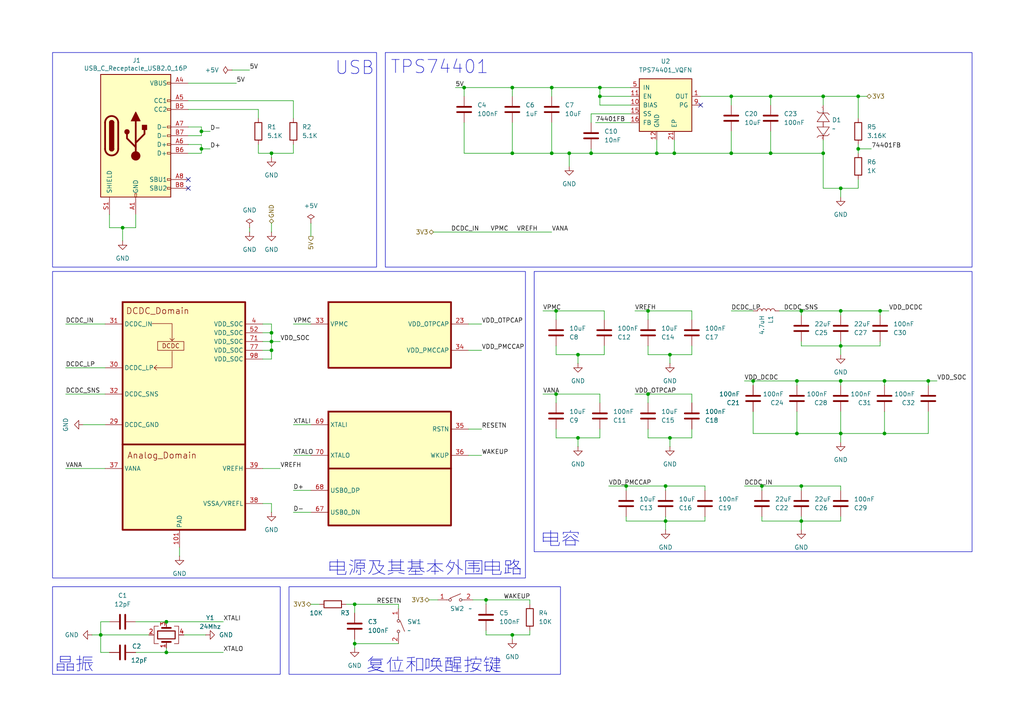
<source format=kicad_sch>
(kicad_sch (version 20250114) (generator "eeschema") (generator_version "9.0")
  (paper "A4")
  (title_block (title "POWER") (date "2025-10-30") (rev "V0.1") (company "MouseGlueBoard"))
  (rectangle (start 15.24 78.74) (end 152.4 167.64))
  (rectangle (start 15.24 15.24) (end 109.22 77.47))
  (rectangle (start 15.24 170.18) (end 81.28 195.58))
  (rectangle (start 83.82 170.18) (end 162.56 195.58))
  (rectangle (start 154.94 78.74) (end 281.94 160.02))
  (rectangle (start 111.76 15.24) (end 281.94 77.47))
  (text "TPS74401" (at 127.508 19.558 0) (effects (font (size 3.81 3.81))))
  (text "电源及其基本外围电路" (at 123.444 165.1 0) (effects (font (size 3.81 3.81))))
  (text "电容\n" (at 162.814 156.718 0) (effects (font (size 3.81 3.81))))
  (text "晶振" (at 21.844 193.04 0) (effects (font (size 3.81 3.81))))
  (text "USB" (at 102.87 19.812 0) (effects (font (size 3.81 3.81))))
  (text "复位和唤醒按键" (at 125.984 193.294 0) (effects (font (size 3.81 3.81))))
  (junction (at 232.41 151.13))
  (junction (at 218.44 110.49))
  (junction (at 102.87 186.69))
  (junction (at 232.41 140.97))
  (junction (at 58.42 38.1))
  (junction (at 102.87 175.26))
  (junction (at 212.09 27.94))
  (junction (at 212.09 44.45))
  (junction (at 78.74 96.52))
  (junction (at 248.92 27.94))
  (junction (at 220.98 140.97))
  (junction (at 190.5 44.45))
  (junction (at 256.54 110.49))
  (junction (at 160.02 25.4))
  (junction (at 187.96 114.3))
  (junction (at 181.61 140.97))
  (junction (at 167.64 102.87))
  (junction (at 148.59 184.15))
  (junction (at 193.04 151.13))
  (junction (at 171.45 44.45))
  (junction (at 223.52 44.45))
  (junction (at 165.1 44.45))
  (junction (at 194.31 102.87))
  (junction (at 231.14 125.73))
  (junction (at 269.24 110.49))
  (junction (at 140.97 173.99))
  (junction (at 48.26 180.34))
  (junction (at 243.84 100.33))
  (junction (at 78.74 101.6))
  (junction (at 223.52 27.94))
  (junction (at 78.74 44.45))
  (junction (at 134.62 25.4))
  (junction (at 35.56 66.04))
  (junction (at 248.92 43.18))
  (junction (at 231.14 110.49))
  (junction (at 173.99 27.94))
  (junction (at 193.04 140.97))
  (junction (at 58.42 43.18))
  (junction (at 238.76 44.45))
  (junction (at 148.59 25.4))
  (junction (at 243.84 90.17))
  (junction (at 243.84 110.49))
  (junction (at 238.76 27.94))
  (junction (at 187.96 90.17))
  (junction (at 243.84 54.61))
  (junction (at 48.26 189.23))
  (junction (at 29.21 184.15))
  (junction (at 161.29 90.17))
  (junction (at 148.59 44.45))
  (junction (at 255.27 90.17))
  (junction (at 243.84 125.73))
  (junction (at 78.74 99.06))
  (junction (at 167.64 127))
  (junction (at 194.31 127))
  (junction (at 232.41 90.17))
  (junction (at 160.02 44.45))
  (junction (at 195.58 44.45))
  (junction (at 161.29 114.3))
  (junction (at 256.54 125.73))
  (junction (at 173.99 25.4))
  (no_connect (at 203.2 30.48))
  (no_connect (at 54.61 52.07))
  (no_connect (at 54.61 54.61))
  (wire (pts (xy 161.29 116.84) (xy 161.29 114.3)))
  (wire (pts (xy 255.27 90.17) (xy 257.81 90.17)))
  (wire (pts (xy 187.96 102.87) (xy 194.31 102.87)))
  (wire (pts (xy 58.42 43.18) (xy 60.96 43.18)))
  (wire (pts (xy 195.58 44.45) (xy 190.5 44.45)))
  (wire (pts (xy 231.14 110.49) (xy 218.44 110.49)))
  (wire (pts (xy 248.92 27.94) (xy 238.76 27.94)))
  (wire (pts (xy 231.14 125.73) (xy 218.44 125.73)))
  (wire (pts (xy 19.05 135.89) (xy 30.48 135.89)))
  (wire (pts (xy 243.84 110.49) (xy 231.14 110.49)))
  (wire (pts (xy 218.44 119.38) (xy 218.44 125.73)))
  (wire (pts (xy 212.09 38.1) (xy 212.09 44.45)))
  (wire (pts (xy 26.67 184.15) (xy 29.21 184.15)))
  (wire (pts (xy 85.09 44.45) (xy 85.09 41.91)))
  (wire (pts (xy 74.93 44.45) (xy 74.93 41.91)))
  (wire (pts (xy 53.34 184.15) (xy 59.69 184.15)))
  (wire (pts (xy 115.57 176.53) (xy 115.57 175.26)))
  (wire (pts (xy 182.88 33.02) (xy 171.45 33.02)))
  (wire (pts (xy 31.75 189.23) (xy 29.21 189.23)))
  (wire (pts (xy 187.96 116.84) (xy 187.96 114.3)))
  (wire (pts (xy 173.99 30.48) (xy 173.99 27.94)))
  (wire (pts (xy 54.61 36.83) (xy 58.42 36.83)))
  (wire (pts (xy 134.62 25.4) (xy 148.59 25.4)))
  (wire (pts (xy 76.2 101.6) (xy 78.74 101.6)))
  (wire (pts (xy 200.66 116.84) (xy 200.66 114.3)))
  (wire (pts (xy 58.42 39.37) (xy 58.42 38.1)))
  (wire (pts (xy 204.47 142.24) (xy 204.47 140.97)))
  (wire (pts (xy 238.76 30.48) (xy 238.76 27.94)))
  (wire (pts (xy 243.84 142.24) (xy 243.84 140.97)))
  (wire (pts (xy 74.93 31.75) (xy 54.61 31.75)))
  (wire (pts (xy 78.74 93.98) (xy 78.74 96.52)))
  (wire (pts (xy 167.64 127) (xy 167.64 129.54)))
  (wire (pts (xy 19.05 114.3) (xy 30.48 114.3)))
  (wire (pts (xy 39.37 189.23) (xy 48.26 189.23)))
  (wire (pts (xy 212.09 44.45) (xy 195.58 44.45)))
  (wire (pts (xy 29.21 184.15) (xy 43.18 184.15)))
  (wire (pts (xy 176.53 140.97) (xy 181.61 140.97)))
  (wire (pts (xy 74.93 44.45) (xy 78.74 44.45)))
  (wire (pts (xy 78.74 64.77) (xy 78.74 67.31)))
  (wire (pts (xy 269.24 125.73) (xy 256.54 125.73)))
  (wire (pts (xy 232.41 99.06) (xy 232.41 100.33)))
  (wire (pts (xy 165.1 44.45) (xy 171.45 44.45)))
  (wire (pts (xy 31.75 66.04) (xy 35.56 66.04)))
  (wire (pts (xy 200.66 92.71) (xy 200.66 90.17)))
  (wire (pts (xy 172.72 35.56) (xy 182.88 35.56)))
  (wire (pts (xy 187.96 100.33) (xy 187.96 102.87)))
  (wire (pts (xy 238.76 40.64) (xy 238.76 44.45)))
  (wire (pts (xy 195.58 40.64) (xy 195.58 44.45)))
  (wire (pts (xy 76.2 99.06) (xy 78.74 99.06)))
  (wire (pts (xy 140.97 182.88) (xy 140.97 184.15)))
  (wire (pts (xy 140.97 184.15) (xy 148.59 184.15)))
  (wire (pts (xy 232.41 142.24) (xy 232.41 140.97)))
  (wire (pts (xy 85.09 123.19) (xy 90.17 123.19)))
  (wire (pts (xy 182.88 30.48) (xy 173.99 30.48)))
  (wire (pts (xy 243.84 125.73) (xy 231.14 125.73)))
  (wire (pts (xy 173.99 25.4) (xy 182.88 25.4)))
  (wire (pts (xy 232.41 149.86) (xy 232.41 151.13)))
  (wire (pts (xy 161.29 114.3) (xy 173.99 114.3)))
  (wire (pts (xy 173.99 27.94) (xy 173.99 25.4)))
  (wire (pts (xy 187.96 127) (xy 194.31 127)))
  (wire (pts (xy 256.54 119.38) (xy 256.54 125.73)))
  (wire (pts (xy 173.99 124.46) (xy 173.99 127)))
  (wire (pts (xy 232.41 91.44) (xy 232.41 90.17)))
  (wire (pts (xy 102.87 185.42) (xy 102.87 186.69)))
  (wire (pts (xy 243.84 100.33) (xy 255.27 100.33)))
  (wire (pts (xy 256.54 110.49) (xy 269.24 110.49)))
  (wire (pts (xy 72.39 66.04) (xy 72.39 67.31)))
  (wire (pts (xy 78.74 44.45) (xy 78.74 45.72)))
  (wire (pts (xy 153.67 182.88) (xy 153.67 184.15)))
  (wire (pts (xy 29.21 189.23) (xy 29.21 184.15)))
  (wire (pts (xy 248.92 43.18) (xy 248.92 44.45)))
  (wire (pts (xy 48.26 187.96) (xy 48.26 189.23)))
  (wire (pts (xy 90.17 64.77) (xy 90.17 68.58)))
  (wire (pts (xy 76.2 93.98) (xy 78.74 93.98)))
  (wire (pts (xy 161.29 102.87) (xy 167.64 102.87)))
  (wire (pts (xy 148.59 27.94) (xy 148.59 25.4)))
  (wire (pts (xy 58.42 36.83) (xy 58.42 38.1)))
  (wire (pts (xy 248.92 34.29) (xy 248.92 27.94)))
  (wire (pts (xy 223.52 30.48) (xy 223.52 27.94)))
  (wire (pts (xy 90.17 175.26) (xy 92.71 175.26)))
  (wire (pts (xy 102.87 175.26) (xy 115.57 175.26)))
  (wire (pts (xy 19.05 106.68) (xy 30.48 106.68)))
  (wire (pts (xy 135.89 101.6) (xy 139.7 101.6)))
  (wire (pts (xy 67.31 20.32) (xy 72.39 20.32)))
  (wire (pts (xy 76.2 96.52) (xy 78.74 96.52)))
  (wire (pts (xy 223.52 38.1) (xy 223.52 44.45)))
  (wire (pts (xy 269.24 110.49) (xy 269.24 111.76)))
  (wire (pts (xy 78.74 101.6) (xy 78.74 99.06)))
  (wire (pts (xy 54.61 24.13) (xy 68.58 24.13)))
  (wire (pts (xy 252.73 43.18) (xy 248.92 43.18)))
  (wire (pts (xy 269.24 110.49) (xy 271.78 110.49)))
  (wire (pts (xy 115.57 186.69) (xy 102.87 186.69)))
  (wire (pts (xy 160.02 25.4) (xy 173.99 25.4)))
  (wire (pts (xy 200.66 124.46) (xy 200.66 127)))
  (wire (pts (xy 232.41 140.97) (xy 243.84 140.97)))
  (wire (pts (xy 85.09 148.59) (xy 90.17 148.59)))
  (wire (pts (xy 132.08 25.4) (xy 134.62 25.4)))
  (wire (pts (xy 187.96 114.3) (xy 200.66 114.3)))
  (wire (pts (xy 194.31 102.87) (xy 194.31 105.41)))
  (wire (pts (xy 243.84 99.06) (xy 243.84 100.33)))
  (wire (pts (xy 220.98 142.24) (xy 220.98 140.97)))
  (wire (pts (xy 232.41 100.33) (xy 243.84 100.33)))
  (wire (pts (xy 125.73 67.31) (xy 160.02 67.31)))
  (wire (pts (xy 135.89 93.98) (xy 139.7 93.98)))
  (wire (pts (xy 31.75 180.34) (xy 29.21 180.34)))
  (wire (pts (xy 243.84 57.15) (xy 243.84 54.61)))
  (wire (pts (xy 78.74 104.14) (xy 78.74 101.6)))
  (wire (pts (xy 157.48 114.3) (xy 161.29 114.3)))
  (wire (pts (xy 220.98 140.97) (xy 232.41 140.97)))
  (wire (pts (xy 194.31 102.87) (xy 200.66 102.87)))
  (wire (pts (xy 238.76 27.94) (xy 223.52 27.94)))
  (wire (pts (xy 140.97 175.26) (xy 140.97 173.99)))
  (wire (pts (xy 193.04 149.86) (xy 193.04 151.13)))
  (wire (pts (xy 256.54 110.49) (xy 243.84 110.49)))
  (wire (pts (xy 173.99 116.84) (xy 173.99 114.3)))
  (wire (pts (xy 232.41 90.17) (xy 243.84 90.17)))
  (wire (pts (xy 85.09 142.24) (xy 90.17 142.24)))
  (wire (pts (xy 39.37 62.23) (xy 39.37 66.04)))
  (wire (pts (xy 85.09 34.29) (xy 85.09 29.21)))
  (wire (pts (xy 31.75 62.23) (xy 31.75 66.04)))
  (wire (pts (xy 238.76 44.45) (xy 223.52 44.45)))
  (wire (pts (xy 148.59 25.4) (xy 160.02 25.4)))
  (wire (pts (xy 165.1 44.45) (xy 165.1 48.26)))
  (wire (pts (xy 167.64 102.87) (xy 175.26 102.87)))
  (wire (pts (xy 160.02 35.56) (xy 160.02 44.45)))
  (wire (pts (xy 135.89 124.46) (xy 139.7 124.46)))
  (wire (pts (xy 58.42 41.91) (xy 58.42 43.18)))
  (wire (pts (xy 204.47 149.86) (xy 204.47 151.13)))
  (wire (pts (xy 161.29 127) (xy 167.64 127)))
  (wire (pts (xy 243.84 90.17) (xy 255.27 90.17)))
  (wire (pts (xy 54.61 29.21) (xy 85.09 29.21)))
  (wire (pts (xy 76.2 104.14) (xy 78.74 104.14)))
  (wire (pts (xy 148.59 44.45) (xy 160.02 44.45)))
  (wire (pts (xy 243.84 125.73) (xy 243.84 119.38)))
  (wire (pts (xy 200.66 100.33) (xy 200.66 102.87)))
  (wire (pts (xy 184.15 114.3) (xy 187.96 114.3)))
  (wire (pts (xy 35.56 66.04) (xy 35.56 69.85)))
  (wire (pts (xy 161.29 90.17) (xy 175.26 90.17)))
  (wire (pts (xy 134.62 44.45) (xy 148.59 44.45)))
  (wire (pts (xy 232.41 151.13) (xy 232.41 153.67)))
  (wire (pts (xy 181.61 151.13) (xy 193.04 151.13)))
  (wire (pts (xy 184.15 90.17) (xy 187.96 90.17)))
  (wire (pts (xy 181.61 142.24) (xy 181.61 140.97)))
  (wire (pts (xy 153.67 175.26) (xy 153.67 173.99)))
  (wire (pts (xy 255.27 99.06) (xy 255.27 100.33)))
  (wire (pts (xy 78.74 99.06) (xy 81.28 99.06)))
  (wire (pts (xy 269.24 119.38) (xy 269.24 125.73)))
  (wire (pts (xy 231.14 119.38) (xy 231.14 125.73)))
  (wire (pts (xy 203.2 27.94) (xy 212.09 27.94)))
  (wire (pts (xy 243.84 110.49) (xy 243.84 111.76)))
  (wire (pts (xy 256.54 125.73) (xy 243.84 125.73)))
  (wire (pts (xy 248.92 52.07) (xy 248.92 54.61)))
  (wire (pts (xy 153.67 173.99) (xy 140.97 173.99)))
  (wire (pts (xy 148.59 184.15) (xy 148.59 185.42)))
  (wire (pts (xy 215.9 140.97) (xy 220.98 140.97)))
  (wire (pts (xy 243.84 125.73) (xy 243.84 128.27)))
  (wire (pts (xy 167.64 102.87) (xy 167.64 105.41)))
  (wire (pts (xy 226.06 90.17) (xy 232.41 90.17)))
  (wire (pts (xy 153.67 184.15) (xy 148.59 184.15)))
  (wire (pts (xy 175.26 92.71) (xy 175.26 90.17)))
  (wire (pts (xy 74.93 34.29) (xy 74.93 31.75)))
  (wire (pts (xy 187.96 92.71) (xy 187.96 90.17)))
  (wire (pts (xy 161.29 100.33) (xy 161.29 102.87)))
  (wire (pts (xy 39.37 66.04) (xy 35.56 66.04)))
  (wire (pts (xy 161.29 124.46) (xy 161.29 127)))
  (wire (pts (xy 54.61 39.37) (xy 58.42 39.37)))
  (wire (pts (xy 220.98 149.86) (xy 220.98 151.13)))
  (wire (pts (xy 238.76 54.61) (xy 238.76 44.45)))
  (wire (pts (xy 231.14 110.49) (xy 231.14 111.76)))
  (wire (pts (xy 29.21 180.34) (xy 29.21 184.15)))
  (wire (pts (xy 220.98 151.13) (xy 232.41 151.13)))
  (wire (pts (xy 248.92 41.91) (xy 248.92 43.18)))
  (wire (pts (xy 255.27 91.44) (xy 255.27 90.17)))
  (wire (pts (xy 102.87 186.69) (xy 102.87 187.96)))
  (wire (pts (xy 167.64 127) (xy 173.99 127)))
  (wire (pts (xy 48.26 180.34) (xy 64.77 180.34)))
  (wire (pts (xy 135.89 132.08) (xy 139.7 132.08)))
  (wire (pts (xy 52.07 158.75) (xy 52.07 161.29)))
  (wire (pts (xy 218.44 110.49) (xy 218.44 111.76)))
  (wire (pts (xy 134.62 35.56) (xy 134.62 44.45)))
  (wire (pts (xy 215.9 110.49) (xy 218.44 110.49)))
  (wire (pts (xy 243.84 149.86) (xy 243.84 151.13)))
  (wire (pts (xy 102.87 175.26) (xy 100.33 175.26)))
  (wire (pts (xy 48.26 189.23) (xy 64.77 189.23)))
  (wire (pts (xy 173.99 27.94) (xy 182.88 27.94)))
  (wire (pts (xy 85.09 132.08) (xy 90.17 132.08)))
  (wire (pts (xy 243.84 100.33) (xy 243.84 102.87)))
  (wire (pts (xy 181.61 140.97) (xy 193.04 140.97)))
  (wire (pts (xy 76.2 135.89) (xy 81.28 135.89)))
  (wire (pts (xy 193.04 151.13) (xy 204.47 151.13)))
  (wire (pts (xy 19.05 93.98) (xy 30.48 93.98)))
  (wire (pts (xy 243.84 54.61) (xy 238.76 54.61)))
  (wire (pts (xy 54.61 41.91) (xy 58.42 41.91)))
  (wire (pts (xy 85.09 93.98) (xy 90.17 93.98)))
  (wire (pts (xy 58.42 44.45) (xy 58.42 43.18)))
  (wire (pts (xy 243.84 91.44) (xy 243.84 90.17)))
  (wire (pts (xy 124.46 173.99) (xy 127 173.99)))
  (wire (pts (xy 171.45 43.18) (xy 171.45 44.45)))
  (wire (pts (xy 193.04 142.24) (xy 193.04 140.97)))
  (wire (pts (xy 58.42 38.1) (xy 60.96 38.1)))
  (wire (pts (xy 223.52 44.45) (xy 212.09 44.45)))
  (wire (pts (xy 54.61 44.45) (xy 58.42 44.45)))
  (wire (pts (xy 251.46 27.94) (xy 248.92 27.94)))
  (wire (pts (xy 160.02 27.94) (xy 160.02 25.4)))
  (wire (pts (xy 223.52 27.94) (xy 212.09 27.94)))
  (wire (pts (xy 157.48 90.17) (xy 161.29 90.17)))
  (wire (pts (xy 39.37 180.34) (xy 48.26 180.34)))
  (wire (pts (xy 190.5 44.45) (xy 190.5 40.64)))
  (wire (pts (xy 248.92 54.61) (xy 243.84 54.61)))
  (wire (pts (xy 78.74 146.05) (xy 78.74 148.59)))
  (wire (pts (xy 187.96 90.17) (xy 200.66 90.17)))
  (wire (pts (xy 24.13 123.19) (xy 30.48 123.19)))
  (wire (pts (xy 76.2 146.05) (xy 78.74 146.05)))
  (wire (pts (xy 171.45 33.02) (xy 171.45 35.56)))
  (wire (pts (xy 256.54 110.49) (xy 256.54 111.76)))
  (wire (pts (xy 102.87 175.26) (xy 102.87 177.8)))
  (wire (pts (xy 232.41 151.13) (xy 243.84 151.13)))
  (wire (pts (xy 171.45 44.45) (xy 190.5 44.45)))
  (wire (pts (xy 181.61 149.86) (xy 181.61 151.13)))
  (wire (pts (xy 78.74 96.52) (xy 78.74 99.06)))
  (wire (pts (xy 175.26 100.33) (xy 175.26 102.87)))
  (wire (pts (xy 78.74 44.45) (xy 85.09 44.45)))
  (wire (pts (xy 194.31 127) (xy 200.66 127)))
  (wire (pts (xy 193.04 140.97) (xy 204.47 140.97)))
  (wire (pts (xy 194.31 127) (xy 194.31 129.54)))
  (wire (pts (xy 212.09 27.94) (xy 212.09 30.48)))
  (wire (pts (xy 212.09 90.17) (xy 218.44 90.17)))
  (wire (pts (xy 160.02 44.45) (xy 165.1 44.45)))
  (wire (pts (xy 148.59 35.56) (xy 148.59 44.45)))
  (wire (pts (xy 187.96 124.46) (xy 187.96 127)))
  (wire (pts (xy 140.97 173.99) (xy 137.16 173.99)))
  (wire (pts (xy 161.29 92.71) (xy 161.29 90.17)))
  (wire (pts (xy 134.62 27.94) (xy 134.62 25.4)))
  (wire (pts (xy 193.04 151.13) (xy 193.04 153.67)))
  (label "VPMC" (at 85.09 93.98 0))
  (label "5V" (at 72.39 20.32 0))
  (label "RESETN" (at 109.22 175.26 0))
  (label "VPMC" (at 142.24 67.31 0))
  (label "5V" (at 68.58 24.13 0))
  (label "VDD_DCDC" (at 215.9 110.49 0))
  (label "VANA" (at 157.48 114.3 0))
  (label "VREFH" (at 149.86 67.31 0))
  (label "VDD_PMCCAP" (at 176.53 140.97 0))
  (label "D+" (at 60.96 43.18 0))
  (label "DCDC_LP" (at 212.09 90.17 0))
  (label "DCDC_SNS" (at 19.05 114.3 0))
  (label "XTALO" (at 85.09 132.08 0))
  (label "WAKEUP" (at 146.05 173.99 0))
  (label "DCDC_IN" (at 19.05 93.98 0))
  (label "74401FB" (at 252.73 43.18 0))
  (label "XTALO" (at 64.77 189.23 0))
  (label "DCDC_SNS" (at 227.33 90.17 0))
  (label "VDD_OTPCAP" (at 139.7 93.98 0))
  (label "VDD_SOC" (at 81.28 99.06 0))
  (label "74401FB" (at 172.72 35.56 0))
  (label "XTALI" (at 64.77 180.34 0))
  (label "VANA" (at 19.05 135.89 0))
  (label "D+" (at 85.09 142.24 0))
  (label "D-" (at 85.09 148.59 0))
  (label "5V" (at 132.08 25.4 0))
  (label "VPMC" (at 157.48 90.17 0))
  (label "DCDC_IN" (at 215.9 140.97 0))
  (label "D-" (at 60.96 38.1 0))
  (label "DCDC_IN" (at 130.81 67.31 0))
  (label "VREFH" (at 184.15 90.17 0))
  (label "XTALI" (at 85.09 123.19 0))
  (label "VDD_DCDC" (at 257.81 90.17 0))
  (label "RESETN" (at 139.7 124.46 0))
  (label "WAKEUP" (at 139.7 132.08 0))
  (label "VDD_OTPCAP" (at 184.15 114.3 0))
  (label "VDD_SOC" (at 271.78 110.49 0))
  (label "DCDC_LP" (at 19.05 106.68 0))
  (label "VANA" (at 160.02 67.31 0))
  (label "VREFH" (at 81.28 135.89 0))
  (label "VDD_PMCCAP" (at 139.7 101.6 0))
  (hierarchical_label "3V3" (shape bidirectional) (at 251.46 27.94 0))
  (hierarchical_label "3V3" (shape bidirectional) (at 124.46 173.99 180))
  (hierarchical_label "5V" (shape output) (at 90.17 68.58 270))
  (hierarchical_label "GND" (shape bidirectional) (at 78.74 64.77 90))
  (hierarchical_label "3V3" (shape bidirectional) (at 90.17 175.26 180))
  (hierarchical_label "3V3" (shape bidirectional) (at 125.73 67.31 180))
  (symbol (lib_id "Device:C") (at 140.97 179.07 0) (unit 1)
    (property "Reference" "C5" (at 144.78 177.7999 0) (effects (justify left)))
    (property "Value" "100nF" (at 144.78 180.3399 0) (effects (justify left)))
    (property "Footprint" "Capacitor_SMD:C_0402_1005Metric" (effects (hide yes)))
    (property "Description" "Unpolarized capacitor" (effects (hide yes)))
  )
  (symbol (lib_id "power:GND") (at 102.87 187.96 0) (unit 1)
    (property "Reference" "#PWR014" (effects (hide yes)))
    (property "Value" "GND" (at 102.87 193.04 0))
    (property "Description" "Power symbol creates a global label with name \"GND\" , ground" (effects (hide yes)))
  )
  (symbol (lib_id "Device:C") (at 160.02 31.75 0) (unit 1)
    (property "Reference" "C7" (at 163.83 30.4799 0) (effects (justify left)))
    (property "Value" "10uF" (at 163.83 33.0199 0) (effects (justify left)))
    (property "Footprint" "Capacitor_SMD:C_0603_1608Metric" (effects (hide yes)))
    (property "Description" "Unpolarized capacitor" (effects (hide yes)))
  )
  (symbol (lib_id "Device:C") (at 256.54 115.57 180) (unit 1)
    (property "Reference" "C31" (at 252.73 116.8401 0) (effects (justify left)))
    (property "Value" "100nF" (at 252.73 114.3001 0) (effects (justify left)))
    (property "Footprint" "Capacitor_SMD:C_0402_1005Metric" (effects (hide yes)))
    (property "Description" "Unpolarized capacitor" (effects (hide yes)))
  )
  (symbol (lib_id "Device:C") (at 161.29 96.52 0) (mirror x) (unit 1)
    (property "Reference" "C8" (at 165.1 97.7901 0) (effects (justify left)))
    (property "Value" "10uF" (at 165.1 95.2501 0) (effects (justify left)))
    (property "Footprint" "Capacitor_SMD:C_0402_1005Metric" (effects (hide yes)))
    (property "Description" "Unpolarized capacitor" (effects (hide yes)))
  )
  (symbol (lib_id "Device:C") (at 175.26 96.52 0) (mirror x) (unit 1)
    (property "Reference" "C12" (at 179.07 97.7901 0) (effects (justify left)))
    (property "Value" "100nF" (at 179.07 95.2501 0) (effects (justify left)))
    (property "Footprint" "Capacitor_SMD:C_0402_1005Metric" (effects (hide yes)))
    (property "Description" "Unpolarized capacitor" (effects (hide yes)))
  )
  (symbol (lib_id "Device:C") (at 218.44 115.57 180) (unit 1)
    (property "Reference" "C21" (at 214.63 116.8401 0) (effects (justify left)))
    (property "Value" "100nF" (at 214.63 114.3001 0) (effects (justify left)))
    (property "Footprint" "Capacitor_SMD:C_0402_1005Metric" (effects (hide yes)))
    (property "Description" "Unpolarized capacitor" (effects (hide yes)))
  )
  (symbol (lib_id "Device:C") (at 193.04 146.05 0) (mirror x) (unit 1)
    (property "Reference" "C16" (at 196.85 147.3201 0) (effects (justify left)))
    (property "Value" "10uF" (at 196.85 144.7801 0) (effects (justify left)))
    (property "Footprint" "Capacitor_SMD:C_0402_1005Metric" (effects (hide yes)))
    (property "Description" "Unpolarized capacitor" (effects (hide yes)))
  )
  (symbol (lib_id "power:GND") (at 78.74 148.59 0) (mirror y) (unit 1)
    (property "Reference" "#PWR013" (effects (hide yes)))
    (property "Value" "GND" (at 78.74 153.67 0))
    (property "Description" "Power symbol creates a global label with name \"GND\" , ground" (effects (hide yes)))
  )
  (symbol (lib_id "power:GND") (at 26.67 184.15 270) (unit 1)
    (property "Reference" "#PWR06" (effects (hide yes)))
    (property "Value" "GND" (at 22.86 184.1499 90) (effects (justify right)))
    (property "Description" "Power symbol creates a global label with name \"GND\" , ground" (effects (hide yes)))
  )
  (symbol (lib_id "power:GND") (at 148.59 185.42 0) (unit 1)
    (property "Reference" "#PWR015" (effects (hide yes)))
    (property "Value" "GND" (at 148.59 190.5 0))
    (property "Description" "Power symbol creates a global label with name \"GND\" , ground" (effects (hide yes)))
  )
  (symbol (lib_id "Device:C") (at 243.84 95.25 0) (mirror x) (unit 1)
    (property "Reference" "C27" (at 247.65 96.5201 0) (effects (justify left)))
    (property "Value" "22uF" (at 247.65 93.9801 0) (effects (justify left)))
    (property "Footprint" "Capacitor_SMD:C_0402_1005Metric" (effects (hide yes)))
    (property "Description" "Unpolarized capacitor" (effects (hide yes)))
  )
  (symbol (lib_id "Device:C") (at 102.87 181.61 0) (unit 1)
    (property "Reference" "C3" (at 106.68 180.3399 0) (effects (justify left)))
    (property "Value" "100nF" (at 106.68 182.8799 0) (effects (justify left)))
    (property "Footprint" "Capacitor_SMD:C_0402_1005Metric" (effects (hide yes)))
    (property "Description" "Unpolarized capacitor" (effects (hide yes)))
  )
  (symbol (lib_id "Device:R") (at 153.67 179.07 0) (unit 1)
    (property "Reference" "R4" (at 156.21 177.7999 0) (effects (justify left)))
    (property "Value" "10K" (at 156.21 180.3399 0) (effects (justify left)))
    (property "Footprint" "Resistor_SMD:R_0402_1005Metric" (effects (hide yes)))
    (property "Description" "Resistor" (effects (hide yes)))
  )
  (symbol (lib_id "Device:C") (at 212.09 34.29 0) (unit 1)
    (property "Reference" "C20" (at 215.9 33.0199 0) (effects (justify left)))
    (property "Value" "10uF" (at 215.9 35.5599 0) (effects (justify left)))
    (property "Footprint" "Capacitor_SMD:C_0603_1608Metric" (effects (hide yes)))
    (property "Description" "Unpolarized capacitor" (effects (hide yes)))
  )
  (symbol (lib_id "power:GND") (at 24.13 123.19 270) (mirror x) (unit 1)
    (property "Reference" "#PWR05" (effects (hide yes)))
    (property "Value" "GND" (at 19.05 123.19 0))
    (property "Description" "Power symbol creates a global label with name \"GND\" , ground" (effects (hide yes)))
  )
  (symbol (lib_id "Device:R") (at 74.93 38.1 0) (unit 1)
    (property "Reference" "R1" (at 77.47 36.8299 0) (effects (justify left)))
    (property "Value" "5.1K" (at 77.47 39.3699 0) (effects (justify left)))
    (property "Footprint" "Resistor_SMD:R_0402_1005Metric" (effects (hide yes)))
    (property "Description" "Resistor" (effects (hide yes)))
  )
  (symbol (lib_id "Device:C") (at 148.59 31.75 0) (unit 1)
    (property "Reference" "C6" (at 152.4 30.4799 0) (effects (justify left)))
    (property "Value" "1uF" (at 152.4 33.0199 0) (effects (justify left)))
    (property "Footprint" "Capacitor_SMD:C_0402_1005Metric" (effects (hide yes)))
    (property "Description" "Unpolarized capacitor" (effects (hide yes)))
  )
  (symbol (lib_id "EasyEDA_Lib:TS-1088R-02026") (at 132.08 173.99 0) (unit 1)
    (property "Reference" "SW2" (at 132.588 176.53 0))
    (property "Value" "~" (at 136.398 176.53 0))
    (property "Footprint" "EasyEDA_Lib:SW-SMD_L3.9-W3.0-P4.45" (effects (hide yes)))
    (property "Datasheet" "https://item.szlcsc.com/datasheet/TS-1088R-02026/457635.html" (effects (hide yes)))
    (property "Description" "Circuit:SPST Actuator Style:Round Button Operating Force:2.6N Mounting Type:Surface Mount,Vertical Length:3.9mm Width:2.93mm Switch Height:2mm with Bracket:Without Bracket Contact Current:50mA Voltage Rating:12V Actuator/Cap Color:Black With Lamp:- Termin" (effects (hide yes)))
    (property "Manufacturer Part" "TS-1088R-02026" (effects (hide yes)))
    (property "Manufacturer" "XUNPU(讯普)" (effects (hide yes)))
    (property "Supplier Part" "C455280" (effects (hide yes)))
    (property "Supplier" "LCSC" (effects (hide yes)))
    (property "LCSC Part Name" "3.9*2.93*2mm 立贴 轻触开关" (effects (hide yes)))
  )
  (symbol (lib_name "HPM5E31IPB1_1") (lib_id "HPM5E00_Library:HPM5E31IPB1") (at 35.56 87.63 0) (unit 1)
    (property "Reference" "U1" (effects (hide yes)))
    (property "Value" "HPM5E31IPB1" (effects (hide yes)))
    (property "Footprint" "HPM_footprints:LQFP-100_14x14mm_P0.5mm_EP6.0x6.0mm" (effects (hide yes)))
    (property "Description" "LQFP100" (effects (hide yes)))
  )
  (symbol (lib_id "power:GND") (at 59.69 184.15 90) (unit 1)
    (property "Reference" "#PWR09" (effects (hide yes)))
    (property "Value" "GND" (at 63.5 184.1499 90) (effects (justify right)))
    (property "Description" "Power symbol creates a global label with name \"GND\" , ground" (effects (hide yes)))
  )
  (symbol (lib_id "power:PWR_FLAG") (at 67.31 20.32 90) (unit 1)
    (property "Reference" "#FLG01" (effects (hide yes)))
    (property "Value" "+5V" (at 63.5 20.3199 90) (effects (justify left)))
    (property "Description" "Special symbol for telling ERC where power comes from" (effects (hide yes)))
  )
  (symbol (lib_id "Device:C") (at 134.62 31.75 0) (unit 1)
    (property "Reference" "C4" (at 138.43 30.4799 0) (effects (justify left)))
    (property "Value" "100nF" (at 138.43 33.0199 0) (effects (justify left)))
    (property "Footprint" "Capacitor_SMD:C_0402_1005Metric" (effects (hide yes)))
    (property "Description" "Unpolarized capacitor" (effects (hide yes)))
  )
  (symbol (lib_id "power:GND") (at 243.84 57.15 0) (unit 1)
    (property "Reference" "#PWR023" (effects (hide yes)))
    (property "Value" "GND" (at 243.84 62.23 0))
    (property "Description" "Power symbol creates a global label with name \"GND\" , ground" (effects (hide yes)))
  )
  (symbol (lib_id "power:GND") (at 52.07 161.29 0) (mirror y) (unit 1)
    (property "Reference" "#PWR08" (effects (hide yes)))
    (property "Value" "GND" (at 52.07 166.37 0))
    (property "Description" "Power symbol creates a global label with name \"GND\" , ground" (effects (hide yes)))
  )
  (symbol (lib_id "Device:C") (at 200.66 96.52 0) (mirror x) (unit 1)
    (property "Reference" "C17" (at 204.47 97.7901 0) (effects (justify left)))
    (property "Value" "100nF" (at 204.47 95.2501 0) (effects (justify left)))
    (property "Footprint" "Capacitor_SMD:C_0402_1005Metric" (effects (hide yes)))
    (property "Description" "Unpolarized capacitor" (effects (hide yes)))
  )
  (symbol (lib_id "Device:R") (at 248.92 38.1 0) (unit 1)
    (property "Reference" "R5" (at 251.46 36.8299 0) (effects (justify left)))
    (property "Value" "3.16K" (at 251.46 39.3699 0) (effects (justify left)))
    (property "Footprint" "Resistor_SMD:R_0402_1005Metric" (effects (hide yes)))
    (property "Description" "Resistor" (effects (hide yes)))
  )
  (symbol (lib_id "power:GND") (at 78.74 45.72 0) (unit 1)
    (property "Reference" "#PWR011" (effects (hide yes)))
    (property "Value" "GND" (at 78.74 50.8 0))
    (property "Description" "Power symbol creates a global label with name \"GND\" , ground" (effects (hide yes)))
  )
  (symbol (lib_id "power:PWR_FLAG") (at 72.39 66.04 0) (unit 1)
    (property "Reference" "#FLG02" (effects (hide yes)))
    (property "Value" "GND" (at 72.39 60.96 0))
    (property "Description" "Special symbol for telling ERC where power comes from" (effects (hide yes)))
  )
  (symbol (lib_id "Device:C") (at 181.61 146.05 0) (mirror x) (unit 1)
    (property "Reference" "C13" (at 185.42 147.3201 0) (effects (justify left)))
    (property "Value" "10uF" (at 185.42 144.7801 0) (effects (justify left)))
    (property "Footprint" "Capacitor_SMD:C_0402_1005Metric" (effects (hide yes)))
    (property "Description" "Unpolarized capacitor" (effects (hide yes)))
  )
  (symbol (lib_id "power:GND") (at 35.56 69.85 0) (unit 1)
    (property "Reference" "#PWR07" (effects (hide yes)))
    (property "Value" "GND" (at 35.56 74.93 0))
    (property "Description" "Power symbol creates a global label with name \"GND\" , ground" (effects (hide yes)))
  )
  (symbol (lib_id "power:GND") (at 72.39 67.31 0) (unit 1)
    (property "Reference" "#PWR010" (effects (hide yes)))
    (property "Value" "GND" (at 72.39 72.39 0))
    (property "Description" "Power symbol creates a global label with name \"GND\" , ground" (effects (hide yes)))
  )
  (symbol (lib_id "power:GND") (at 232.41 153.67 0) (mirror y) (unit 1)
    (property "Reference" "#PWR022" (effects (hide yes)))
    (property "Value" "GND" (at 232.41 158.75 0))
    (property "Description" "Power symbol creates a global label with name \"GND\" , ground" (effects (hide yes)))
  )
  (symbol (lib_id "EasyEDA_Lib:PESD3V3L1BA_C2827682") (at 238.76 35.56 90) (unit 1)
    (property "Reference" "D1" (at 241.3 34.7979 90) (effects (justify right)))
    (property "Value" "~" (at 241.3 37.3379 90) (effects (justify right)))
    (property "Footprint" "EasyEDA_Lib:SOD-323_L1.7-W1.3-LS2.5-BI" (effects (hide yes)))
    (property "Datasheet" "https://atta.szlcsc.com/upload/public/pdf/source/20210810/2451B377E3770C9B3156D32EB4ED7F49.pdf" (effects (hide yes)))
    (property "Description" "polarity:Bidirectional Reverse Stand-Off Voltage (Vrwm):3.3V Maximum Clamping Voltage:12V Peak Pulse Current (Ipp):35A Peak Pulse Power Dissipation (Ppp):400W Breakdown Voltage:6V Reverse Leakage Current (Ir):200nA Number of Lines:Single channel Operating" (effects (hide yes)))
    (property "Manufacturer Part" "PESD3V3L1BA" (effects (hide yes)))
    (property "Manufacturer" "TECH PUBLIC(台舟)" (effects (hide yes)))
    (property "Supplier Part" "C2827682" (effects (hide yes)))
    (property "Supplier" "LCSC" (effects (hide yes)))
    (property "LCSC Part Name" "PESD3V3L1BA" (effects (hide yes)))
  )
  (symbol (lib_id "Device:C") (at 35.56 189.23 90) (unit 1)
    (property "Reference" "C2" (at 39.624 187.452 90))
    (property "Value" "12pF" (at 40.386 191.516 90))
    (property "Footprint" "Capacitor_SMD:C_0402_1005Metric" (effects (hide yes)))
    (property "Description" "Unpolarized capacitor" (effects (hide yes)))
  )
  (symbol (lib_id "power:GND") (at 167.64 129.54 0) (unit 1)
    (property "Reference" "#PWR018" (effects (hide yes)))
    (property "Value" "GND" (at 167.64 134.62 0))
    (property "Description" "Power symbol creates a global label with name \"GND\" , ground" (effects (hide yes)))
  )
  (symbol (lib_id "Device:C") (at 220.98 146.05 0) (mirror x) (unit 1)
    (property "Reference" "C22" (at 224.79 147.3201 0) (effects (justify left)))
    (property "Value" "22uF" (at 224.79 144.7801 0) (effects (justify left)))
    (property "Footprint" "Capacitor_SMD:C_0402_1005Metric" (effects (hide yes)))
    (property "Description" "Unpolarized capacitor" (effects (hide yes)))
  )
  (symbol (lib_id "Device:C") (at 223.52 34.29 0) (unit 1)
    (property "Reference" "C23" (at 227.33 33.0199 0) (effects (justify left)))
    (property "Value" "100nF" (at 227.33 35.5599 0) (effects (justify left)))
    (property "Footprint" "Capacitor_SMD:C_0402_1005Metric" (effects (hide yes)))
    (property "Description" "Unpolarized capacitor" (effects (hide yes)))
  )
  (symbol (lib_id "Device:C") (at 173.99 120.65 0) (mirror x) (unit 1)
    (property "Reference" "C11" (at 177.8 121.9201 0) (effects (justify left)))
    (property "Value" "100nF" (at 177.8 119.3801 0) (effects (justify left)))
    (property "Footprint" "Capacitor_SMD:C_0402_1005Metric" (effects (hide yes)))
    (property "Description" "Unpolarized capacitor" (effects (hide yes)))
  )
  (symbol (lib_id "power:GND") (at 78.74 67.31 0) (unit 1)
    (property "Reference" "#PWR012" (effects (hide yes)))
    (property "Value" "GND" (at 78.74 72.39 0))
    (property "Description" "Power symbol creates a global label with name \"GND\" , ground" (effects (hide yes)))
  )
  (symbol (lib_id "Device:C") (at 269.24 115.57 180) (unit 1)
    (property "Reference" "C32" (at 265.43 116.8401 0) (effects (justify left)))
    (property "Value" "100nF" (at 265.43 114.3001 0) (effects (justify left)))
    (property "Footprint" "Capacitor_SMD:C_0402_1005Metric" (effects (hide yes)))
    (property "Description" "Unpolarized capacitor" (effects (hide yes)))
  )
  (symbol (lib_id "EasyEDA_Lib:TS-1088R-02026") (at 115.57 181.61 270) (unit 1)
    (property "Reference" "SW1" (at 118.11 180.3399 90) (effects (justify left)))
    (property "Value" "~" (at 118.11 182.8799 90) (effects (justify left)))
    (property "Footprint" "EasyEDA_Lib:SW-SMD_L3.9-W3.0-P4.45" (effects (hide yes)))
    (property "Datasheet" "https://item.szlcsc.com/datasheet/TS-1088R-02026/457635.html" (effects (hide yes)))
    (property "Description" "Circuit:SPST Actuator Style:Round Button Operating Force:2.6N Mounting Type:Surface Mount,Vertical Length:3.9mm Width:2.93mm Switch Height:2mm with Bracket:Without Bracket Contact Current:50mA Voltage Rating:12V Actuator/Cap Color:Black With Lamp:- Termin" (effects (hide yes)))
    (property "Manufacturer Part" "TS-1088R-02026" (effects (hide yes)))
    (property "Manufacturer" "XUNPU(讯普)" (effects (hide yes)))
    (property "Supplier Part" "C455280" (effects (hide yes)))
    (property "Supplier" "LCSC" (effects (hide yes)))
    (property "LCSC Part Name" "3.9*2.93*2mm 立贴 轻触开关" (effects (hide yes)))
  )
  (symbol (lib_id "Device:Crystal_GND24") (at 48.26 184.15 90) (unit 1)
    (property "Reference" "Y1" (at 60.96 179.1968 90))
    (property "Value" "24Mhz" (at 60.96 181.7368 90))
    (property "Footprint" "Crystal:Crystal_SMD_3225-4Pin_3.2x2.5mm" (effects (hide yes)))
    (property "Description" "Four pin crystal, GND on pins 2 and 4" (effects (hide yes)))
  )
  (symbol (lib_id "power:GND") (at 243.84 102.87 0) (mirror y) (unit 1)
    (property "Reference" "#PWR024" (effects (hide yes)))
    (property "Value" "GND" (at 243.84 107.95 0))
    (property "Description" "Power symbol creates a global label with name \"GND\" , ground" (effects (hide yes)))
  )
  (symbol (lib_id "Connector:USB_C_Receptacle_USB2.0_16P") (at 39.37 39.37 0) (unit 1)
    (property "Reference" "J1" (at 39.624 17.526 0))
    (property "Value" "USB_C_Receptacle_USB2.0_16P" (at 39.37 19.812 0))
    (property "Footprint" "Connector_USB:USB_C_Receptacle_GCT_USB4105-xx-A_16P_TopMnt_Horizontal" (effects (hide yes)))
    (property "Datasheet" "https://www.usb.org/sites/default/files/documents/usb_type-c.zip" (effects (hide yes)))
    (property "Description" "USB 2.0-only 16P Type-C Receptacle connector" (effects (hide yes)))
  )
  (symbol (lib_id "HPM5E00_Library:HPM5E31IPB1") (at 95.25 87.63 0) (unit 5)
    (property "Reference" "U1" (effects (hide yes)))
    (property "Value" "HPM5E31IPB1" (effects (hide yes)))
    (property "Footprint" "HPM_footprints:LQFP-100_14x14mm_P0.5mm_EP6.0x6.0mm" (effects (hide yes)))
    (property "Description" "LQFP100" (effects (hide yes)))
  )
  (symbol (lib_id "Device:C") (at 232.41 95.25 0) (mirror x) (unit 1)
    (property "Reference" "C25" (at 236.22 96.5201 0) (effects (justify left)))
    (property "Value" "22uF" (at 236.22 93.9801 0) (effects (justify left)))
    (property "Footprint" "Capacitor_SMD:C_0402_1005Metric" (effects (hide yes)))
    (property "Description" "Unpolarized capacitor" (effects (hide yes)))
  )
  (symbol (lib_id "power:GND") (at 194.31 105.41 0) (unit 1)
    (property "Reference" "#PWR020" (effects (hide yes)))
    (property "Value" "GND" (at 194.31 110.49 0))
    (property "Description" "Power symbol creates a global label with name \"GND\" , ground" (effects (hide yes)))
  )
  (symbol (lib_id "Device:R") (at 96.52 175.26 90) (unit 1)
    (property "Reference" "R3" (at 100.076 177.8 90))
    (property "Value" "10K" (at 91.694 177.8 90))
    (property "Footprint" "Resistor_SMD:R_0402_1005Metric" (effects (hide yes)))
    (property "Description" "Resistor" (effects (hide yes)))
  )
  (symbol (lib_id "power:GND") (at 167.64 105.41 0) (unit 1)
    (property "Reference" "#PWR017" (effects (hide yes)))
    (property "Value" "GND" (at 167.64 110.49 0))
    (property "Description" "Power symbol creates a global label with name \"GND\" , ground" (effects (hide yes)))
  )
  (symbol (lib_id "Device:C") (at 243.84 146.05 0) (mirror x) (unit 1)
    (property "Reference" "C29" (at 247.65 147.3201 0) (effects (justify left)))
    (property "Value" "100nF" (at 247.65 144.7801 0) (effects (justify left)))
    (property "Footprint" "Capacitor_SMD:C_0402_1005Metric" (effects (hide yes)))
    (property "Description" "Unpolarized capacitor" (effects (hide yes)))
  )
  (symbol (lib_id "Device:C") (at 232.41 146.05 0) (mirror x) (unit 1)
    (property "Reference" "C26" (at 236.22 147.3201 0) (effects (justify left)))
    (property "Value" "22uF" (at 236.22 144.7801 0) (effects (justify left)))
    (property "Footprint" "Capacitor_SMD:C_0402_1005Metric" (effects (hide yes)))
    (property "Description" "Unpolarized capacitor" (effects (hide yes)))
  )
  (symbol (lib_id "Device:C") (at 200.66 120.65 0) (mirror x) (unit 1)
    (property "Reference" "C18" (at 204.47 121.9201 0) (effects (justify left)))
    (property "Value" "100nF" (at 204.47 119.3801 0) (effects (justify left)))
    (property "Footprint" "Capacitor_SMD:C_0402_1005Metric" (effects (hide yes)))
    (property "Description" "Unpolarized capacitor" (effects (hide yes)))
  )
  (symbol (lib_id "Regulator_Linear:TPS74401_VQFN") (at 193.04 30.48 0) (unit 1)
    (property "Reference" "U2" (at 193.04 17.78 0))
    (property "Value" "TPS74401_VQFN" (at 193.04 20.32 0))
    (property "Footprint" "EasyEDA_Lib:VQFN-20_L5.0-W5.0-P0.65-TL-EP" (effects (hide yes)))
    (property "Datasheet" "http://www.ti.com/general/docs/lit/getliterature.tsp?genericPartNumber=tps74401&fileType=pdf" (effects (hide yes)))
    (property "Description" "0.8 to 3.6V adjustable, 3.0-A, Ultra-LDO with Programmable Soft-Start" (effects (hide yes)))
  )
  (symbol (lib_id "Device:R") (at 85.09 38.1 0) (unit 1)
    (property "Reference" "R2" (at 87.63 36.8299 0) (effects (justify left)))
    (property "Value" "5.1K" (at 87.63 39.3699 0) (effects (justify left)))
    (property "Footprint" "Resistor_SMD:R_0402_1005Metric" (effects (hide yes)))
    (property "Description" "Resistor" (effects (hide yes)))
  )
  (symbol (lib_id "Device:C") (at 204.47 146.05 0) (mirror x) (unit 1)
    (property "Reference" "C19" (at 208.28 147.3201 0) (effects (justify left)))
    (property "Value" "100nF" (at 208.28 144.7801 0) (effects (justify left)))
    (property "Footprint" "Capacitor_SMD:C_0402_1005Metric" (effects (hide yes)))
    (property "Description" "Unpolarized capacitor" (effects (hide yes)))
  )
  (symbol (lib_id "power:GND") (at 165.1 48.26 0) (unit 1)
    (property "Reference" "#PWR016" (effects (hide yes)))
    (property "Value" "GND" (at 165.1 53.34 0))
    (property "Description" "Power symbol creates a global label with name \"GND\" , ground" (effects (hide yes)))
  )
  (symbol (lib_id "Device:R") (at 248.92 48.26 0) (unit 1)
    (property "Reference" "R6" (at 251.46 46.9899 0) (effects (justify left)))
    (property "Value" "1K" (at 251.46 49.5299 0) (effects (justify left)))
    (property "Footprint" "Resistor_SMD:R_0402_1005Metric" (effects (hide yes)))
    (property "Description" "Resistor" (effects (hide yes)))
  )
  (symbol (lib_id "power:GND") (at 243.84 128.27 0) (mirror y) (unit 1)
    (property "Reference" "#PWR025" (effects (hide yes)))
    (property "Value" "GND" (at 243.84 133.35 0))
    (property "Description" "Power symbol creates a global label with name \"GND\" , ground" (effects (hide yes)))
  )
  (symbol (lib_id "Device:C") (at 187.96 96.52 0) (mirror x) (unit 1)
    (property "Reference" "C14" (at 191.77 97.7901 0) (effects (justify left)))
    (property "Value" "10uF" (at 191.77 95.2501 0) (effects (justify left)))
    (property "Footprint" "Capacitor_SMD:C_0402_1005Metric" (effects (hide yes)))
    (property "Description" "Unpolarized capacitor" (effects (hide yes)))
  )
  (symbol (lib_id "Device:C") (at 243.84 115.57 180) (unit 1)
    (property "Reference" "C28" (at 240.03 116.8401 0) (effects (justify left)))
    (property "Value" "100nF" (at 240.03 114.3001 0) (effects (justify left)))
    (property "Footprint" "Capacitor_SMD:C_0402_1005Metric" (effects (hide yes)))
    (property "Description" "Unpolarized capacitor" (effects (hide yes)))
  )
  (symbol (lib_id "power:GND") (at 194.31 129.54 0) (unit 1)
    (property "Reference" "#PWR021" (effects (hide yes)))
    (property "Value" "GND" (at 194.31 134.62 0))
    (property "Description" "Power symbol creates a global label with name \"GND\" , ground" (effects (hide yes)))
  )
  (symbol (lib_id "Device:C") (at 187.96 120.65 0) (mirror x) (unit 1)
    (property "Reference" "C15" (at 191.77 121.9201 0) (effects (justify left)))
    (property "Value" "10uF" (at 191.77 119.3801 0) (effects (justify left)))
    (property "Footprint" "Capacitor_SMD:C_0402_1005Metric" (effects (hide yes)))
    (property "Description" "Unpolarized capacitor" (effects (hide yes)))
  )
  (symbol (lib_id "Device:C") (at 35.56 180.34 90) (unit 1)
    (property "Reference" "C1" (at 35.56 172.72 90))
    (property "Value" "12pF" (at 35.56 175.26 90))
    (property "Footprint" "Capacitor_SMD:C_0402_1005Metric" (effects (hide yes)))
    (property "Description" "Unpolarized capacitor" (effects (hide yes)))
  )
  (symbol (lib_id "Device:L") (at 222.25 90.17 90) (unit 1)
    (property "Reference" "L1" (at 223.5201 91.44 0) (effects (justify right)))
    (property "Value" "4.7uH" (at 220.9801 91.44 0) (effects (justify right)))
    (property "Footprint" "Inductor_SMD:L_1008_2520Metric" (effects (hide yes)))
    (property "Description" "Inductor" (effects (hide yes)))
  )
  (symbol (lib_id "Device:C") (at 255.27 95.25 0) (mirror x) (unit 1)
    (property "Reference" "C30" (at 259.08 96.5201 0) (effects (justify left)))
    (property "Value" "100nF" (at 259.08 93.9801 0) (effects (justify left)))
    (property "Footprint" "Capacitor_SMD:C_0402_1005Metric" (effects (hide yes)))
    (property "Description" "Unpolarized capacitor" (effects (hide yes)))
  )
  (symbol (lib_id "power:GND") (at 193.04 153.67 0) (mirror y) (unit 1)
    (property "Reference" "#PWR019" (effects (hide yes)))
    (property "Value" "GND" (at 193.04 158.75 0))
    (property "Description" "Power symbol creates a global label with name \"GND\" , ground" (effects (hide yes)))
  )
  (symbol (lib_id "Device:C") (at 171.45 39.37 0) (unit 1)
    (property "Reference" "C10" (at 175.26 38.0999 0) (effects (justify left)))
    (property "Value" "10nF" (at 175.26 40.6399 0) (effects (justify left)))
    (property "Footprint" "Capacitor_SMD:C_0402_1005Metric" (effects (hide yes)))
    (property "Description" "Unpolarized capacitor" (effects (hide yes)))
  )
  (symbol (lib_id "Device:C") (at 161.29 120.65 0) (mirror x) (unit 1)
    (property "Reference" "C9" (at 165.1 121.9201 0) (effects (justify left)))
    (property "Value" "10uF" (at 165.1 119.3801 0) (effects (justify left)))
    (property "Footprint" "Capacitor_SMD:C_0402_1005Metric" (effects (hide yes)))
    (property "Description" "Unpolarized capacitor" (effects (hide yes)))
  )
  (symbol (lib_id "power:PWR_FLAG") (at 90.17 64.77 0) (unit 1)
    (property "Reference" "#FLG03" (effects (hide yes)))
    (property "Value" "+5V" (at 90.17 59.69 0))
    (property "Description" "Special symbol for telling ERC where power comes from" (effects (hide yes)))
  )
  (symbol (lib_id "Device:C") (at 231.14 115.57 180) (unit 1)
    (property "Reference" "C24" (at 227.33 116.8401 0) (effects (justify left)))
    (property "Value" "100nF" (at 227.33 114.3001 0) (effects (justify left)))
    (property "Footprint" "Capacitor_SMD:C_0402_1005Metric" (effects (hide yes)))
    (property "Description" "Unpolarized capacitor" (effects (hide yes)))
  )
)
</source>
